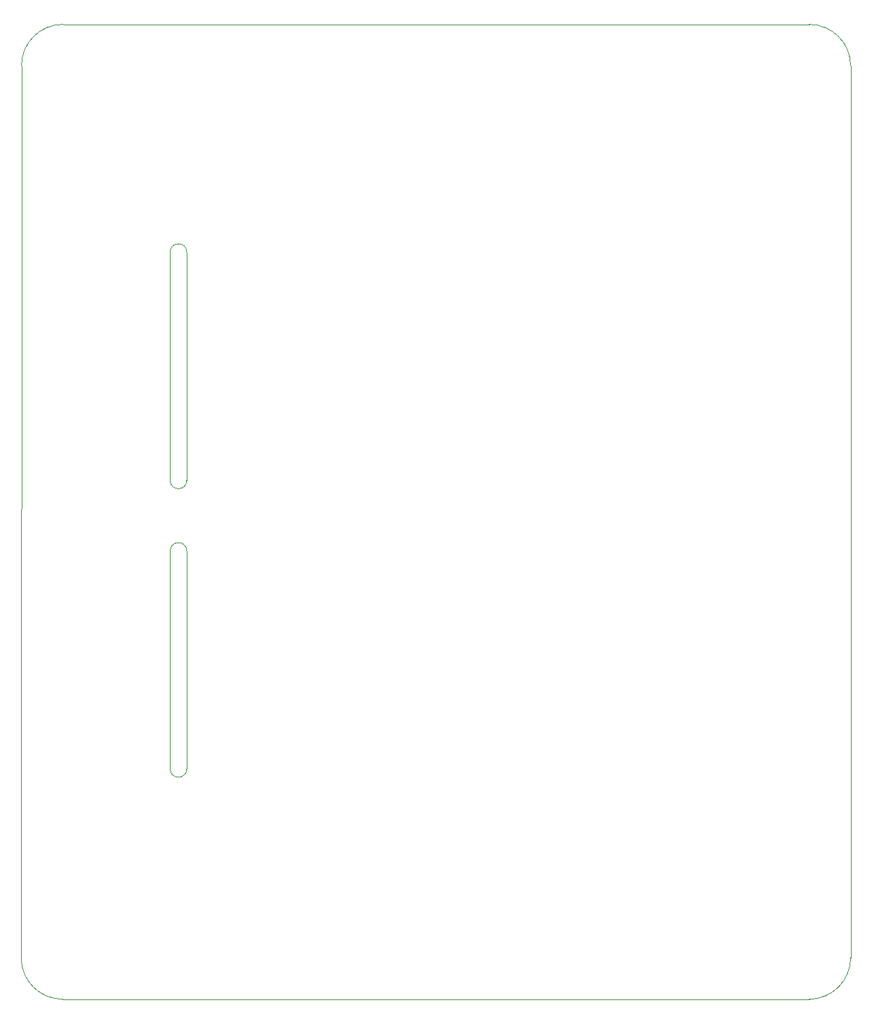
<source format=gbr>
%TF.GenerationSoftware,KiCad,Pcbnew,(6.0.7)*%
%TF.CreationDate,2022-09-06T17:39:22+02:00*%
%TF.ProjectId,myDAQExpansionBoard,6d794441-5145-4787-9061-6e73696f6e42,rev?*%
%TF.SameCoordinates,Original*%
%TF.FileFunction,Profile,NP*%
%FSLAX46Y46*%
G04 Gerber Fmt 4.6, Leading zero omitted, Abs format (unit mm)*
G04 Created by KiCad (PCBNEW (6.0.7)) date 2022-09-06 17:39:22*
%MOMM*%
%LPD*%
G01*
G04 APERTURE LIST*
%TA.AperFunction,Profile*%
%ADD10C,0.100000*%
%TD*%
G04 APERTURE END LIST*
D10*
X135064466Y-45564466D02*
X45064466Y-45564466D01*
X45035530Y-163000000D02*
X135064466Y-163000000D01*
X40035530Y-158000000D02*
X40064466Y-50564466D01*
X140064466Y-158000000D02*
X140064466Y-50564466D01*
X58000000Y-109000000D02*
X58000000Y-135250000D01*
X60000000Y-100500000D02*
X60000000Y-73000000D01*
X135064466Y-162999966D02*
G75*
G03*
X140064466Y-158000000I34J4999966D01*
G01*
X140064534Y-50564466D02*
G75*
G03*
X135064466Y-45564466I-5000034J-34D01*
G01*
X60000000Y-109000000D02*
X60000000Y-135250000D01*
X45064466Y-45564466D02*
G75*
G03*
X40064466Y-50564466I4J-5000004D01*
G01*
X40035530Y-158000000D02*
G75*
G03*
X45035530Y-163000000I5000010J10D01*
G01*
X60000000Y-73000000D02*
G75*
G03*
X58000000Y-73000000I-1000000J0D01*
G01*
X58000000Y-100500000D02*
G75*
G03*
X60000000Y-100500000I1000000J0D01*
G01*
X58000000Y-135250000D02*
G75*
G03*
X60000000Y-135250000I1000000J0D01*
G01*
X58000000Y-73000000D02*
X58000000Y-100500000D01*
X60000000Y-109000000D02*
G75*
G03*
X58000000Y-109000000I-1000000J0D01*
G01*
M02*

</source>
